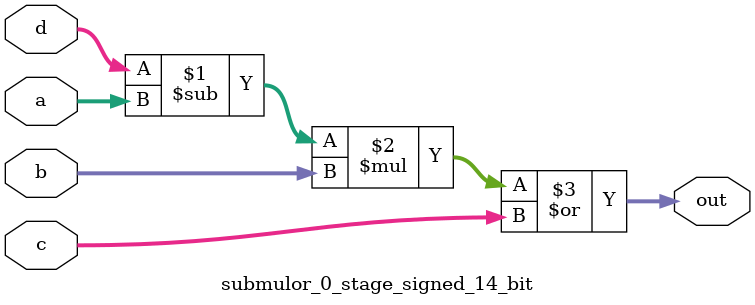
<source format=sv>
(* use_dsp = "yes" *) module submulor_0_stage_signed_14_bit(
	input signed [13:0] a,
	input signed [13:0] b,
	input signed [13:0] c,
	input signed [13:0] d,
	output [13:0] out
	);

	assign out = ((d - a) * b) | c;
endmodule

</source>
